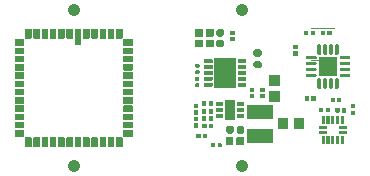
<source format=gbr>
G04 #@! TF.GenerationSoftware,KiCad,Pcbnew,(5.1.12)-1*
G04 #@! TF.CreationDate,2024-03-07T16:38:44+08:00*
G04 #@! TF.ProjectId,CM2_MesoScope,434d325f-4d65-4736-9f53-636f70652e6b,rev?*
G04 #@! TF.SameCoordinates,Original*
G04 #@! TF.FileFunction,Soldermask,Bot*
G04 #@! TF.FilePolarity,Negative*
%FSLAX46Y46*%
G04 Gerber Fmt 4.6, Leading zero omitted, Abs format (unit mm)*
G04 Created by KiCad (PCBNEW (5.1.12)-1) date 2024-03-07 16:38:44*
%MOMM*%
%LPD*%
G01*
G04 APERTURE LIST*
%ADD10C,0.050000*%
%ADD11C,1.050800*%
G04 APERTURE END LIST*
D10*
X124976260Y-110677720D02*
X123096260Y-110677720D01*
X124976260Y-107977720D02*
X123096260Y-107977720D01*
X124976260Y-110677720D02*
X123096260Y-110677720D01*
X124976260Y-107977720D02*
X123096260Y-107977720D01*
D11*
X102971340Y-106477860D03*
X102973880Y-119656120D03*
X117195340Y-106477860D03*
X117197880Y-119656120D03*
G36*
G01*
X123724240Y-116544480D02*
X123724240Y-116324480D01*
G75*
G02*
X123749640Y-116299080I25400J0D01*
G01*
X124359640Y-116299080D01*
G75*
G02*
X124385040Y-116324480I0J-25400D01*
G01*
X124385040Y-116544480D01*
G75*
G02*
X124359640Y-116569880I-25400J0D01*
G01*
X123749640Y-116569880D01*
G75*
G02*
X123724240Y-116544480I0J25400D01*
G01*
G37*
G36*
G01*
X123724240Y-116944480D02*
X123724240Y-116724480D01*
G75*
G02*
X123749640Y-116699080I25400J0D01*
G01*
X124359640Y-116699080D01*
G75*
G02*
X124385040Y-116724480I0J-25400D01*
G01*
X124385040Y-116944480D01*
G75*
G02*
X124359640Y-116969880I-25400J0D01*
G01*
X123749640Y-116969880D01*
G75*
G02*
X123724240Y-116944480I0J25400D01*
G01*
G37*
G36*
G01*
X123989640Y-117149080D02*
X124209640Y-117149080D01*
G75*
G02*
X124235040Y-117174480I0J-25400D01*
G01*
X124235040Y-117784480D01*
G75*
G02*
X124209640Y-117809880I-25400J0D01*
G01*
X123989640Y-117809880D01*
G75*
G02*
X123964240Y-117784480I0J25400D01*
G01*
X123964240Y-117174480D01*
G75*
G02*
X123989640Y-117149080I25400J0D01*
G01*
G37*
G36*
G01*
X124389640Y-117149080D02*
X124609640Y-117149080D01*
G75*
G02*
X124635040Y-117174480I0J-25400D01*
G01*
X124635040Y-117784480D01*
G75*
G02*
X124609640Y-117809880I-25400J0D01*
G01*
X124389640Y-117809880D01*
G75*
G02*
X124364240Y-117784480I0J25400D01*
G01*
X124364240Y-117174480D01*
G75*
G02*
X124389640Y-117149080I25400J0D01*
G01*
G37*
G36*
G01*
X124789640Y-117149080D02*
X125009640Y-117149080D01*
G75*
G02*
X125035040Y-117174480I0J-25400D01*
G01*
X125035040Y-117784480D01*
G75*
G02*
X125009640Y-117809880I-25400J0D01*
G01*
X124789640Y-117809880D01*
G75*
G02*
X124764240Y-117784480I0J25400D01*
G01*
X124764240Y-117174480D01*
G75*
G02*
X124789640Y-117149080I25400J0D01*
G01*
G37*
G36*
G01*
X125189640Y-117149080D02*
X125409640Y-117149080D01*
G75*
G02*
X125435040Y-117174480I0J-25400D01*
G01*
X125435040Y-117784480D01*
G75*
G02*
X125409640Y-117809880I-25400J0D01*
G01*
X125189640Y-117809880D01*
G75*
G02*
X125164240Y-117784480I0J25400D01*
G01*
X125164240Y-117174480D01*
G75*
G02*
X125189640Y-117149080I25400J0D01*
G01*
G37*
G36*
G01*
X125589640Y-117149080D02*
X125809640Y-117149080D01*
G75*
G02*
X125835040Y-117174480I0J-25400D01*
G01*
X125835040Y-117784480D01*
G75*
G02*
X125809640Y-117809880I-25400J0D01*
G01*
X125589640Y-117809880D01*
G75*
G02*
X125564240Y-117784480I0J25400D01*
G01*
X125564240Y-117174480D01*
G75*
G02*
X125589640Y-117149080I25400J0D01*
G01*
G37*
G36*
G01*
X125414240Y-116944480D02*
X125414240Y-116724480D01*
G75*
G02*
X125439640Y-116699080I25400J0D01*
G01*
X126049640Y-116699080D01*
G75*
G02*
X126075040Y-116724480I0J-25400D01*
G01*
X126075040Y-116944480D01*
G75*
G02*
X126049640Y-116969880I-25400J0D01*
G01*
X125439640Y-116969880D01*
G75*
G02*
X125414240Y-116944480I0J25400D01*
G01*
G37*
G36*
G01*
X125414240Y-116544480D02*
X125414240Y-116324480D01*
G75*
G02*
X125439640Y-116299080I25400J0D01*
G01*
X126049640Y-116299080D01*
G75*
G02*
X126075040Y-116324480I0J-25400D01*
G01*
X126075040Y-116544480D01*
G75*
G02*
X126049640Y-116569880I-25400J0D01*
G01*
X125439640Y-116569880D01*
G75*
G02*
X125414240Y-116544480I0J25400D01*
G01*
G37*
G36*
G01*
X125589640Y-115459080D02*
X125809640Y-115459080D01*
G75*
G02*
X125835040Y-115484480I0J-25400D01*
G01*
X125835040Y-116094480D01*
G75*
G02*
X125809640Y-116119880I-25400J0D01*
G01*
X125589640Y-116119880D01*
G75*
G02*
X125564240Y-116094480I0J25400D01*
G01*
X125564240Y-115484480D01*
G75*
G02*
X125589640Y-115459080I25400J0D01*
G01*
G37*
G36*
G01*
X125189640Y-115459080D02*
X125409640Y-115459080D01*
G75*
G02*
X125435040Y-115484480I0J-25400D01*
G01*
X125435040Y-116094480D01*
G75*
G02*
X125409640Y-116119880I-25400J0D01*
G01*
X125189640Y-116119880D01*
G75*
G02*
X125164240Y-116094480I0J25400D01*
G01*
X125164240Y-115484480D01*
G75*
G02*
X125189640Y-115459080I25400J0D01*
G01*
G37*
G36*
G01*
X124789640Y-115459080D02*
X125009640Y-115459080D01*
G75*
G02*
X125035040Y-115484480I0J-25400D01*
G01*
X125035040Y-116094480D01*
G75*
G02*
X125009640Y-116119880I-25400J0D01*
G01*
X124789640Y-116119880D01*
G75*
G02*
X124764240Y-116094480I0J25400D01*
G01*
X124764240Y-115484480D01*
G75*
G02*
X124789640Y-115459080I25400J0D01*
G01*
G37*
G36*
G01*
X124389640Y-115459080D02*
X124609640Y-115459080D01*
G75*
G02*
X124635040Y-115484480I0J-25400D01*
G01*
X124635040Y-116094480D01*
G75*
G02*
X124609640Y-116119880I-25400J0D01*
G01*
X124389640Y-116119880D01*
G75*
G02*
X124364240Y-116094480I0J25400D01*
G01*
X124364240Y-115484480D01*
G75*
G02*
X124389640Y-115459080I25400J0D01*
G01*
G37*
G36*
G01*
X123989640Y-115459080D02*
X124209640Y-115459080D01*
G75*
G02*
X124235040Y-115484480I0J-25400D01*
G01*
X124235040Y-116094480D01*
G75*
G02*
X124209640Y-116119880I-25400J0D01*
G01*
X123989640Y-116119880D01*
G75*
G02*
X123964240Y-116094480I0J25400D01*
G01*
X123964240Y-115484480D01*
G75*
G02*
X123989640Y-115459080I25400J0D01*
G01*
G37*
G36*
G01*
X123757160Y-110495420D02*
X125257160Y-110495420D01*
G75*
G02*
X125282560Y-110520820I0J-25400D01*
G01*
X125282560Y-112020820D01*
G75*
G02*
X125257160Y-112046220I-25400J0D01*
G01*
X123757160Y-112046220D01*
G75*
G02*
X123731760Y-112020820I0J25400D01*
G01*
X123731760Y-110520820D01*
G75*
G02*
X123757160Y-110495420I25400J0D01*
G01*
G37*
G36*
G01*
X122681960Y-110370420D02*
X123457360Y-110370420D01*
G75*
G02*
X123532560Y-110445620I0J-75200D01*
G01*
X123532560Y-110596020D01*
G75*
G02*
X123457360Y-110671220I-75200J0D01*
G01*
X122681960Y-110671220D01*
G75*
G02*
X122606760Y-110596020I0J75200D01*
G01*
X122606760Y-110445620D01*
G75*
G02*
X122681960Y-110370420I75200J0D01*
G01*
G37*
G36*
G01*
X122681960Y-110870420D02*
X123457360Y-110870420D01*
G75*
G02*
X123532560Y-110945620I0J-75200D01*
G01*
X123532560Y-111096020D01*
G75*
G02*
X123457360Y-111171220I-75200J0D01*
G01*
X122681960Y-111171220D01*
G75*
G02*
X122606760Y-111096020I0J75200D01*
G01*
X122606760Y-110945620D01*
G75*
G02*
X122681960Y-110870420I75200J0D01*
G01*
G37*
G36*
G01*
X122681960Y-111370420D02*
X123457360Y-111370420D01*
G75*
G02*
X123532560Y-111445620I0J-75200D01*
G01*
X123532560Y-111596020D01*
G75*
G02*
X123457360Y-111671220I-75200J0D01*
G01*
X122681960Y-111671220D01*
G75*
G02*
X122606760Y-111596020I0J75200D01*
G01*
X122606760Y-111445620D01*
G75*
G02*
X122681960Y-111370420I75200J0D01*
G01*
G37*
G36*
G01*
X122681960Y-111870420D02*
X123457360Y-111870420D01*
G75*
G02*
X123532560Y-111945620I0J-75200D01*
G01*
X123532560Y-112096020D01*
G75*
G02*
X123457360Y-112171220I-75200J0D01*
G01*
X122681960Y-112171220D01*
G75*
G02*
X122606760Y-112096020I0J75200D01*
G01*
X122606760Y-111945620D01*
G75*
G02*
X122681960Y-111870420I75200J0D01*
G01*
G37*
G36*
G01*
X123681960Y-112245420D02*
X123832360Y-112245420D01*
G75*
G02*
X123907560Y-112320620I0J-75200D01*
G01*
X123907560Y-113096020D01*
G75*
G02*
X123832360Y-113171220I-75200J0D01*
G01*
X123681960Y-113171220D01*
G75*
G02*
X123606760Y-113096020I0J75200D01*
G01*
X123606760Y-112320620D01*
G75*
G02*
X123681960Y-112245420I75200J0D01*
G01*
G37*
G36*
G01*
X124181960Y-112245420D02*
X124332360Y-112245420D01*
G75*
G02*
X124407560Y-112320620I0J-75200D01*
G01*
X124407560Y-113096020D01*
G75*
G02*
X124332360Y-113171220I-75200J0D01*
G01*
X124181960Y-113171220D01*
G75*
G02*
X124106760Y-113096020I0J75200D01*
G01*
X124106760Y-112320620D01*
G75*
G02*
X124181960Y-112245420I75200J0D01*
G01*
G37*
G36*
G01*
X124681960Y-112245420D02*
X124832360Y-112245420D01*
G75*
G02*
X124907560Y-112320620I0J-75200D01*
G01*
X124907560Y-113096020D01*
G75*
G02*
X124832360Y-113171220I-75200J0D01*
G01*
X124681960Y-113171220D01*
G75*
G02*
X124606760Y-113096020I0J75200D01*
G01*
X124606760Y-112320620D01*
G75*
G02*
X124681960Y-112245420I75200J0D01*
G01*
G37*
G36*
G01*
X125181960Y-112245420D02*
X125332360Y-112245420D01*
G75*
G02*
X125407560Y-112320620I0J-75200D01*
G01*
X125407560Y-113096020D01*
G75*
G02*
X125332360Y-113171220I-75200J0D01*
G01*
X125181960Y-113171220D01*
G75*
G02*
X125106760Y-113096020I0J75200D01*
G01*
X125106760Y-112320620D01*
G75*
G02*
X125181960Y-112245420I75200J0D01*
G01*
G37*
G36*
G01*
X125556960Y-111870420D02*
X126332360Y-111870420D01*
G75*
G02*
X126407560Y-111945620I0J-75200D01*
G01*
X126407560Y-112096020D01*
G75*
G02*
X126332360Y-112171220I-75200J0D01*
G01*
X125556960Y-112171220D01*
G75*
G02*
X125481760Y-112096020I0J75200D01*
G01*
X125481760Y-111945620D01*
G75*
G02*
X125556960Y-111870420I75200J0D01*
G01*
G37*
G36*
G01*
X125556960Y-111370420D02*
X126332360Y-111370420D01*
G75*
G02*
X126407560Y-111445620I0J-75200D01*
G01*
X126407560Y-111596020D01*
G75*
G02*
X126332360Y-111671220I-75200J0D01*
G01*
X125556960Y-111671220D01*
G75*
G02*
X125481760Y-111596020I0J75200D01*
G01*
X125481760Y-111445620D01*
G75*
G02*
X125556960Y-111370420I75200J0D01*
G01*
G37*
G36*
G01*
X125556960Y-110870420D02*
X126332360Y-110870420D01*
G75*
G02*
X126407560Y-110945620I0J-75200D01*
G01*
X126407560Y-111096020D01*
G75*
G02*
X126332360Y-111171220I-75200J0D01*
G01*
X125556960Y-111171220D01*
G75*
G02*
X125481760Y-111096020I0J75200D01*
G01*
X125481760Y-110945620D01*
G75*
G02*
X125556960Y-110870420I75200J0D01*
G01*
G37*
G36*
G01*
X125556960Y-110370420D02*
X126332360Y-110370420D01*
G75*
G02*
X126407560Y-110445620I0J-75200D01*
G01*
X126407560Y-110596020D01*
G75*
G02*
X126332360Y-110671220I-75200J0D01*
G01*
X125556960Y-110671220D01*
G75*
G02*
X125481760Y-110596020I0J75200D01*
G01*
X125481760Y-110445620D01*
G75*
G02*
X125556960Y-110370420I75200J0D01*
G01*
G37*
G36*
G01*
X125181960Y-109370420D02*
X125332360Y-109370420D01*
G75*
G02*
X125407560Y-109445620I0J-75200D01*
G01*
X125407560Y-110221020D01*
G75*
G02*
X125332360Y-110296220I-75200J0D01*
G01*
X125181960Y-110296220D01*
G75*
G02*
X125106760Y-110221020I0J75200D01*
G01*
X125106760Y-109445620D01*
G75*
G02*
X125181960Y-109370420I75200J0D01*
G01*
G37*
G36*
G01*
X124681960Y-109370420D02*
X124832360Y-109370420D01*
G75*
G02*
X124907560Y-109445620I0J-75200D01*
G01*
X124907560Y-110221020D01*
G75*
G02*
X124832360Y-110296220I-75200J0D01*
G01*
X124681960Y-110296220D01*
G75*
G02*
X124606760Y-110221020I0J75200D01*
G01*
X124606760Y-109445620D01*
G75*
G02*
X124681960Y-109370420I75200J0D01*
G01*
G37*
G36*
G01*
X124181960Y-109370420D02*
X124332360Y-109370420D01*
G75*
G02*
X124407560Y-109445620I0J-75200D01*
G01*
X124407560Y-110221020D01*
G75*
G02*
X124332360Y-110296220I-75200J0D01*
G01*
X124181960Y-110296220D01*
G75*
G02*
X124106760Y-110221020I0J75200D01*
G01*
X124106760Y-109445620D01*
G75*
G02*
X124181960Y-109370420I75200J0D01*
G01*
G37*
G36*
G01*
X123681960Y-109370420D02*
X123832360Y-109370420D01*
G75*
G02*
X123907560Y-109445620I0J-75200D01*
G01*
X123907560Y-110221020D01*
G75*
G02*
X123832360Y-110296220I-75200J0D01*
G01*
X123681960Y-110296220D01*
G75*
G02*
X123606760Y-110221020I0J75200D01*
G01*
X123606760Y-109445620D01*
G75*
G02*
X123681960Y-109370420I75200J0D01*
G01*
G37*
G36*
G01*
X125267240Y-114283080D02*
X125267240Y-113943080D01*
G75*
G02*
X125292640Y-113917680I25400J0D01*
G01*
X125602640Y-113917680D01*
G75*
G02*
X125628040Y-113943080I0J-25400D01*
G01*
X125628040Y-114283080D01*
G75*
G02*
X125602640Y-114308480I-25400J0D01*
G01*
X125292640Y-114308480D01*
G75*
G02*
X125267240Y-114283080I0J25400D01*
G01*
G37*
G36*
G01*
X124717240Y-114283080D02*
X124717240Y-113943080D01*
G75*
G02*
X124742640Y-113917680I25400J0D01*
G01*
X125052640Y-113917680D01*
G75*
G02*
X125078040Y-113943080I0J-25400D01*
G01*
X125078040Y-114283080D01*
G75*
G02*
X125052640Y-114308480I-25400J0D01*
G01*
X124742640Y-114308480D01*
G75*
G02*
X124717240Y-114283080I0J25400D01*
G01*
G37*
G36*
G01*
X126775200Y-114813500D02*
X126435200Y-114813500D01*
G75*
G02*
X126409800Y-114788100I0J25400D01*
G01*
X126409800Y-114478100D01*
G75*
G02*
X126435200Y-114452700I25400J0D01*
G01*
X126775200Y-114452700D01*
G75*
G02*
X126800600Y-114478100I0J-25400D01*
G01*
X126800600Y-114788100D01*
G75*
G02*
X126775200Y-114813500I-25400J0D01*
G01*
G37*
G36*
G01*
X126775200Y-115363500D02*
X126435200Y-115363500D01*
G75*
G02*
X126409800Y-115338100I0J25400D01*
G01*
X126409800Y-115028100D01*
G75*
G02*
X126435200Y-115002700I25400J0D01*
G01*
X126775200Y-115002700D01*
G75*
G02*
X126800600Y-115028100I0J-25400D01*
G01*
X126800600Y-115338100D01*
G75*
G02*
X126775200Y-115363500I-25400J0D01*
G01*
G37*
G36*
G01*
X124306440Y-115126360D02*
X124306440Y-114786360D01*
G75*
G02*
X124331840Y-114760960I25400J0D01*
G01*
X124641840Y-114760960D01*
G75*
G02*
X124667240Y-114786360I0J-25400D01*
G01*
X124667240Y-115126360D01*
G75*
G02*
X124641840Y-115151760I-25400J0D01*
G01*
X124331840Y-115151760D01*
G75*
G02*
X124306440Y-115126360I0J25400D01*
G01*
G37*
G36*
G01*
X123756440Y-115126360D02*
X123756440Y-114786360D01*
G75*
G02*
X123781840Y-114760960I25400J0D01*
G01*
X124091840Y-114760960D01*
G75*
G02*
X124117240Y-114786360I0J-25400D01*
G01*
X124117240Y-115126360D01*
G75*
G02*
X124091840Y-115151760I-25400J0D01*
G01*
X123781840Y-115151760D01*
G75*
G02*
X123756440Y-115126360I0J25400D01*
G01*
G37*
G36*
G01*
X125671100Y-115139060D02*
X125671100Y-114799060D01*
G75*
G02*
X125696500Y-114773660I25400J0D01*
G01*
X126006500Y-114773660D01*
G75*
G02*
X126031900Y-114799060I0J-25400D01*
G01*
X126031900Y-115139060D01*
G75*
G02*
X126006500Y-115164460I-25400J0D01*
G01*
X125696500Y-115164460D01*
G75*
G02*
X125671100Y-115139060I0J25400D01*
G01*
G37*
G36*
G01*
X125121100Y-115139060D02*
X125121100Y-114799060D01*
G75*
G02*
X125146500Y-114773660I25400J0D01*
G01*
X125456500Y-114773660D01*
G75*
G02*
X125481900Y-114799060I0J-25400D01*
G01*
X125481900Y-115139060D01*
G75*
G02*
X125456500Y-115164460I-25400J0D01*
G01*
X125146500Y-115164460D01*
G75*
G02*
X125121100Y-115139060I0J25400D01*
G01*
G37*
G36*
G01*
X121923800Y-109789380D02*
X121583800Y-109789380D01*
G75*
G02*
X121558400Y-109763980I0J25400D01*
G01*
X121558400Y-109453980D01*
G75*
G02*
X121583800Y-109428580I25400J0D01*
G01*
X121923800Y-109428580D01*
G75*
G02*
X121949200Y-109453980I0J-25400D01*
G01*
X121949200Y-109763980D01*
G75*
G02*
X121923800Y-109789380I-25400J0D01*
G01*
G37*
G36*
G01*
X121923800Y-110339380D02*
X121583800Y-110339380D01*
G75*
G02*
X121558400Y-110313980I0J25400D01*
G01*
X121558400Y-110003980D01*
G75*
G02*
X121583800Y-109978580I25400J0D01*
G01*
X121923800Y-109978580D01*
G75*
G02*
X121949200Y-110003980I0J-25400D01*
G01*
X121949200Y-110313980D01*
G75*
G02*
X121923800Y-110339380I-25400J0D01*
G01*
G37*
G36*
G01*
X123031360Y-108598560D02*
X123031360Y-108258560D01*
G75*
G02*
X123056760Y-108233160I25400J0D01*
G01*
X123366760Y-108233160D01*
G75*
G02*
X123392160Y-108258560I0J-25400D01*
G01*
X123392160Y-108598560D01*
G75*
G02*
X123366760Y-108623960I-25400J0D01*
G01*
X123056760Y-108623960D01*
G75*
G02*
X123031360Y-108598560I0J25400D01*
G01*
G37*
G36*
G01*
X122481360Y-108598560D02*
X122481360Y-108258560D01*
G75*
G02*
X122506760Y-108233160I25400J0D01*
G01*
X122816760Y-108233160D01*
G75*
G02*
X122842160Y-108258560I0J-25400D01*
G01*
X122842160Y-108598560D01*
G75*
G02*
X122816760Y-108623960I-25400J0D01*
G01*
X122506760Y-108623960D01*
G75*
G02*
X122481360Y-108598560I0J25400D01*
G01*
G37*
G36*
G01*
X123093000Y-114143380D02*
X123093000Y-113803380D01*
G75*
G02*
X123118400Y-113777980I25400J0D01*
G01*
X123428400Y-113777980D01*
G75*
G02*
X123453800Y-113803380I0J-25400D01*
G01*
X123453800Y-114143380D01*
G75*
G02*
X123428400Y-114168780I-25400J0D01*
G01*
X123118400Y-114168780D01*
G75*
G02*
X123093000Y-114143380I0J25400D01*
G01*
G37*
G36*
G01*
X122543000Y-114143380D02*
X122543000Y-113803380D01*
G75*
G02*
X122568400Y-113777980I25400J0D01*
G01*
X122878400Y-113777980D01*
G75*
G02*
X122903800Y-113803380I0J-25400D01*
G01*
X122903800Y-114143380D01*
G75*
G02*
X122878400Y-114168780I-25400J0D01*
G01*
X122568400Y-114168780D01*
G75*
G02*
X122543000Y-114143380I0J25400D01*
G01*
G37*
G36*
G01*
X124267780Y-108256020D02*
X124267780Y-108596020D01*
G75*
G02*
X124242380Y-108621420I-25400J0D01*
G01*
X123932380Y-108621420D01*
G75*
G02*
X123906980Y-108596020I0J25400D01*
G01*
X123906980Y-108256020D01*
G75*
G02*
X123932380Y-108230620I25400J0D01*
G01*
X124242380Y-108230620D01*
G75*
G02*
X124267780Y-108256020I0J-25400D01*
G01*
G37*
G36*
G01*
X124817780Y-108256020D02*
X124817780Y-108596020D01*
G75*
G02*
X124792380Y-108621420I-25400J0D01*
G01*
X124482380Y-108621420D01*
G75*
G02*
X124456980Y-108596020I0J25400D01*
G01*
X124456980Y-108256020D01*
G75*
G02*
X124482380Y-108230620I25400J0D01*
G01*
X124792380Y-108230620D01*
G75*
G02*
X124817780Y-108256020I0J-25400D01*
G01*
G37*
G36*
G01*
X114173040Y-108102560D02*
X114803040Y-108102560D01*
G75*
G02*
X114828440Y-108127960I0J-25400D01*
G01*
X114828440Y-108707960D01*
G75*
G02*
X114803040Y-108733360I-25400J0D01*
G01*
X114173040Y-108733360D01*
G75*
G02*
X114147640Y-108707960I0J25400D01*
G01*
X114147640Y-108127960D01*
G75*
G02*
X114173040Y-108102560I25400J0D01*
G01*
G37*
G36*
G01*
X114173040Y-108992560D02*
X114803040Y-108992560D01*
G75*
G02*
X114828440Y-109017960I0J-25400D01*
G01*
X114828440Y-109597960D01*
G75*
G02*
X114803040Y-109623360I-25400J0D01*
G01*
X114173040Y-109623360D01*
G75*
G02*
X114147640Y-109597960I0J25400D01*
G01*
X114147640Y-109017960D01*
G75*
G02*
X114173040Y-108992560I25400J0D01*
G01*
G37*
G36*
G01*
X113284040Y-108992560D02*
X113914040Y-108992560D01*
G75*
G02*
X113939440Y-109017960I0J-25400D01*
G01*
X113939440Y-109597960D01*
G75*
G02*
X113914040Y-109623360I-25400J0D01*
G01*
X113284040Y-109623360D01*
G75*
G02*
X113258640Y-109597960I0J25400D01*
G01*
X113258640Y-109017960D01*
G75*
G02*
X113284040Y-108992560I25400J0D01*
G01*
G37*
G36*
G01*
X113284040Y-108102560D02*
X113914040Y-108102560D01*
G75*
G02*
X113939440Y-108127960I0J-25400D01*
G01*
X113939440Y-108707960D01*
G75*
G02*
X113914040Y-108733360I-25400J0D01*
G01*
X113284040Y-108733360D01*
G75*
G02*
X113258640Y-108707960I0J25400D01*
G01*
X113258640Y-108127960D01*
G75*
G02*
X113284040Y-108102560I25400J0D01*
G01*
G37*
G36*
G01*
X115195860Y-108990460D02*
X115561260Y-108990460D01*
G75*
G02*
X115718960Y-109148160I0J-157700D01*
G01*
X115718960Y-109463560D01*
G75*
G02*
X115561260Y-109621260I-157700J0D01*
G01*
X115195860Y-109621260D01*
G75*
G02*
X115038160Y-109463560I0J157700D01*
G01*
X115038160Y-109148160D01*
G75*
G02*
X115195860Y-108990460I157700J0D01*
G01*
G37*
G36*
G01*
X115195860Y-108100460D02*
X115561260Y-108100460D01*
G75*
G02*
X115718960Y-108258160I0J-157700D01*
G01*
X115718960Y-108573560D01*
G75*
G02*
X115561260Y-108731260I-157700J0D01*
G01*
X115195860Y-108731260D01*
G75*
G02*
X115038160Y-108573560I0J157700D01*
G01*
X115038160Y-108258160D01*
G75*
G02*
X115195860Y-108100460I157700J0D01*
G01*
G37*
G36*
G01*
X116498360Y-117291040D02*
X116498360Y-117921040D01*
G75*
G02*
X116472960Y-117946440I-25400J0D01*
G01*
X115892960Y-117946440D01*
G75*
G02*
X115867560Y-117921040I0J25400D01*
G01*
X115867560Y-117291040D01*
G75*
G02*
X115892960Y-117265640I25400J0D01*
G01*
X116472960Y-117265640D01*
G75*
G02*
X116498360Y-117291040I0J-25400D01*
G01*
G37*
G36*
G01*
X117388360Y-117291040D02*
X117388360Y-117921040D01*
G75*
G02*
X117362960Y-117946440I-25400J0D01*
G01*
X116782960Y-117946440D01*
G75*
G02*
X116757560Y-117921040I0J25400D01*
G01*
X116757560Y-117291040D01*
G75*
G02*
X116782960Y-117265640I25400J0D01*
G01*
X117362960Y-117265640D01*
G75*
G02*
X117388360Y-117291040I0J-25400D01*
G01*
G37*
G36*
G01*
X116514960Y-116440740D02*
X116514960Y-116806140D01*
G75*
G02*
X116357260Y-116963840I-157700J0D01*
G01*
X116041860Y-116963840D01*
G75*
G02*
X115884160Y-116806140I0J157700D01*
G01*
X115884160Y-116440740D01*
G75*
G02*
X116041860Y-116283040I157700J0D01*
G01*
X116357260Y-116283040D01*
G75*
G02*
X116514960Y-116440740I0J-157700D01*
G01*
G37*
G36*
G01*
X117404960Y-116440740D02*
X117404960Y-116806140D01*
G75*
G02*
X117247260Y-116963840I-157700J0D01*
G01*
X116931860Y-116963840D01*
G75*
G02*
X116774160Y-116806140I0J157700D01*
G01*
X116774160Y-116440740D01*
G75*
G02*
X116931860Y-116283040I157700J0D01*
G01*
X117247260Y-116283040D01*
G75*
G02*
X117404960Y-116440740I0J-157700D01*
G01*
G37*
G36*
G01*
X118238260Y-113416500D02*
X117898260Y-113416500D01*
G75*
G02*
X117872860Y-113391100I0J25400D01*
G01*
X117872860Y-113081100D01*
G75*
G02*
X117898260Y-113055700I25400J0D01*
G01*
X118238260Y-113055700D01*
G75*
G02*
X118263660Y-113081100I0J-25400D01*
G01*
X118263660Y-113391100D01*
G75*
G02*
X118238260Y-113416500I-25400J0D01*
G01*
G37*
G36*
G01*
X118238260Y-113966500D02*
X117898260Y-113966500D01*
G75*
G02*
X117872860Y-113941100I0J25400D01*
G01*
X117872860Y-113631100D01*
G75*
G02*
X117898260Y-113605700I25400J0D01*
G01*
X118238260Y-113605700D01*
G75*
G02*
X118263660Y-113631100I0J-25400D01*
G01*
X118263660Y-113941100D01*
G75*
G02*
X118238260Y-113966500I-25400J0D01*
G01*
G37*
G36*
G01*
X119127260Y-113413960D02*
X118787260Y-113413960D01*
G75*
G02*
X118761860Y-113388560I0J25400D01*
G01*
X118761860Y-113078560D01*
G75*
G02*
X118787260Y-113053160I25400J0D01*
G01*
X119127260Y-113053160D01*
G75*
G02*
X119152660Y-113078560I0J-25400D01*
G01*
X119152660Y-113388560D01*
G75*
G02*
X119127260Y-113413960I-25400J0D01*
G01*
G37*
G36*
G01*
X119127260Y-113963960D02*
X118787260Y-113963960D01*
G75*
G02*
X118761860Y-113938560I0J25400D01*
G01*
X118761860Y-113628560D01*
G75*
G02*
X118787260Y-113603160I25400J0D01*
G01*
X119127260Y-113603160D01*
G75*
G02*
X119152660Y-113628560I0J-25400D01*
G01*
X119152660Y-113938560D01*
G75*
G02*
X119127260Y-113963960I-25400J0D01*
G01*
G37*
G36*
G01*
X119498020Y-112009940D02*
X120418020Y-112009940D01*
G75*
G02*
X120443420Y-112035340I0J-25400D01*
G01*
X120443420Y-112925340D01*
G75*
G02*
X120418020Y-112950740I-25400J0D01*
G01*
X119498020Y-112950740D01*
G75*
G02*
X119472620Y-112925340I0J25400D01*
G01*
X119472620Y-112035340D01*
G75*
G02*
X119498020Y-112009940I25400J0D01*
G01*
G37*
G36*
G01*
X119498020Y-113339940D02*
X120418020Y-113339940D01*
G75*
G02*
X120443420Y-113365340I0J-25400D01*
G01*
X120443420Y-114255340D01*
G75*
G02*
X120418020Y-114280740I-25400J0D01*
G01*
X119498020Y-114280740D01*
G75*
G02*
X119472620Y-114255340I0J25400D01*
G01*
X119472620Y-113365340D01*
G75*
G02*
X119498020Y-113339940I25400J0D01*
G01*
G37*
G36*
G01*
X122485740Y-115661820D02*
X122485740Y-116531820D01*
G75*
G02*
X122460340Y-116557220I-25400J0D01*
G01*
X121650340Y-116557220D01*
G75*
G02*
X121624940Y-116531820I0J25400D01*
G01*
X121624940Y-115661820D01*
G75*
G02*
X121650340Y-115636420I25400J0D01*
G01*
X122460340Y-115636420D01*
G75*
G02*
X122485740Y-115661820I0J-25400D01*
G01*
G37*
G36*
G01*
X121125740Y-115661820D02*
X121125740Y-116531820D01*
G75*
G02*
X121100340Y-116557220I-25400J0D01*
G01*
X120290340Y-116557220D01*
G75*
G02*
X120264940Y-116531820I0J25400D01*
G01*
X120264940Y-115661820D01*
G75*
G02*
X120290340Y-115636420I25400J0D01*
G01*
X121100340Y-115636420D01*
G75*
G02*
X121125740Y-115661820I0J-25400D01*
G01*
G37*
G36*
G01*
X113727260Y-116972640D02*
X113727260Y-117312640D01*
G75*
G02*
X113701860Y-117338040I-25400J0D01*
G01*
X113391860Y-117338040D01*
G75*
G02*
X113366460Y-117312640I0J25400D01*
G01*
X113366460Y-116972640D01*
G75*
G02*
X113391860Y-116947240I25400J0D01*
G01*
X113701860Y-116947240D01*
G75*
G02*
X113727260Y-116972640I0J-25400D01*
G01*
G37*
G36*
G01*
X114277260Y-116972640D02*
X114277260Y-117312640D01*
G75*
G02*
X114251860Y-117338040I-25400J0D01*
G01*
X113941860Y-117338040D01*
G75*
G02*
X113916460Y-117312640I0J25400D01*
G01*
X113916460Y-116972640D01*
G75*
G02*
X113941860Y-116947240I25400J0D01*
G01*
X114251860Y-116947240D01*
G75*
G02*
X114277260Y-116972640I0J-25400D01*
G01*
G37*
G36*
G01*
X113861460Y-116482640D02*
X113861460Y-116142640D01*
G75*
G02*
X113886860Y-116117240I25400J0D01*
G01*
X114196860Y-116117240D01*
G75*
G02*
X114222260Y-116142640I0J-25400D01*
G01*
X114222260Y-116482640D01*
G75*
G02*
X114196860Y-116508040I-25400J0D01*
G01*
X113886860Y-116508040D01*
G75*
G02*
X113861460Y-116482640I0J25400D01*
G01*
G37*
G36*
G01*
X114411460Y-116482640D02*
X114411460Y-116142640D01*
G75*
G02*
X114436860Y-116117240I25400J0D01*
G01*
X114746860Y-116117240D01*
G75*
G02*
X114772260Y-116142640I0J-25400D01*
G01*
X114772260Y-116482640D01*
G75*
G02*
X114746860Y-116508040I-25400J0D01*
G01*
X114436860Y-116508040D01*
G75*
G02*
X114411460Y-116482640I0J25400D01*
G01*
G37*
G36*
G01*
X113496860Y-115903040D02*
X113156860Y-115903040D01*
G75*
G02*
X113131460Y-115877640I0J25400D01*
G01*
X113131460Y-115567640D01*
G75*
G02*
X113156860Y-115542240I25400J0D01*
G01*
X113496860Y-115542240D01*
G75*
G02*
X113522260Y-115567640I0J-25400D01*
G01*
X113522260Y-115877640D01*
G75*
G02*
X113496860Y-115903040I-25400J0D01*
G01*
G37*
G36*
G01*
X113496860Y-116453040D02*
X113156860Y-116453040D01*
G75*
G02*
X113131460Y-116427640I0J25400D01*
G01*
X113131460Y-116117640D01*
G75*
G02*
X113156860Y-116092240I25400J0D01*
G01*
X113496860Y-116092240D01*
G75*
G02*
X113522260Y-116117640I0J-25400D01*
G01*
X113522260Y-116427640D01*
G75*
G02*
X113496860Y-116453040I-25400J0D01*
G01*
G37*
G36*
G01*
X113851460Y-115222640D02*
X113851460Y-114882640D01*
G75*
G02*
X113876860Y-114857240I25400J0D01*
G01*
X114186860Y-114857240D01*
G75*
G02*
X114212260Y-114882640I0J-25400D01*
G01*
X114212260Y-115222640D01*
G75*
G02*
X114186860Y-115248040I-25400J0D01*
G01*
X113876860Y-115248040D01*
G75*
G02*
X113851460Y-115222640I0J25400D01*
G01*
G37*
G36*
G01*
X114401460Y-115222640D02*
X114401460Y-114882640D01*
G75*
G02*
X114426860Y-114857240I25400J0D01*
G01*
X114736860Y-114857240D01*
G75*
G02*
X114762260Y-114882640I0J-25400D01*
G01*
X114762260Y-115222640D01*
G75*
G02*
X114736860Y-115248040I-25400J0D01*
G01*
X114426860Y-115248040D01*
G75*
G02*
X114401460Y-115222640I0J25400D01*
G01*
G37*
G36*
G01*
X113851460Y-114582640D02*
X113851460Y-114242640D01*
G75*
G02*
X113876860Y-114217240I25400J0D01*
G01*
X114186860Y-114217240D01*
G75*
G02*
X114212260Y-114242640I0J-25400D01*
G01*
X114212260Y-114582640D01*
G75*
G02*
X114186860Y-114608040I-25400J0D01*
G01*
X113876860Y-114608040D01*
G75*
G02*
X113851460Y-114582640I0J25400D01*
G01*
G37*
G36*
G01*
X114401460Y-114582640D02*
X114401460Y-114242640D01*
G75*
G02*
X114426860Y-114217240I25400J0D01*
G01*
X114736860Y-114217240D01*
G75*
G02*
X114762260Y-114242640I0J-25400D01*
G01*
X114762260Y-114582640D01*
G75*
G02*
X114736860Y-114608040I-25400J0D01*
G01*
X114426860Y-114608040D01*
G75*
G02*
X114401460Y-114582640I0J25400D01*
G01*
G37*
G36*
G01*
X113156080Y-114427300D02*
X113496080Y-114427300D01*
G75*
G02*
X113521480Y-114452700I0J-25400D01*
G01*
X113521480Y-114762700D01*
G75*
G02*
X113496080Y-114788100I-25400J0D01*
G01*
X113156080Y-114788100D01*
G75*
G02*
X113130680Y-114762700I0J25400D01*
G01*
X113130680Y-114452700D01*
G75*
G02*
X113156080Y-114427300I25400J0D01*
G01*
G37*
G36*
G01*
X113156080Y-114977300D02*
X113496080Y-114977300D01*
G75*
G02*
X113521480Y-115002700I0J-25400D01*
G01*
X113521480Y-115312700D01*
G75*
G02*
X113496080Y-115338100I-25400J0D01*
G01*
X113156080Y-115338100D01*
G75*
G02*
X113130680Y-115312700I0J25400D01*
G01*
X113130680Y-115002700D01*
G75*
G02*
X113156080Y-114977300I25400J0D01*
G01*
G37*
G36*
G01*
X114762260Y-115512640D02*
X114762260Y-115852640D01*
G75*
G02*
X114736860Y-115878040I-25400J0D01*
G01*
X114426860Y-115878040D01*
G75*
G02*
X114401460Y-115852640I0J25400D01*
G01*
X114401460Y-115512640D01*
G75*
G02*
X114426860Y-115487240I25400J0D01*
G01*
X114736860Y-115487240D01*
G75*
G02*
X114762260Y-115512640I0J-25400D01*
G01*
G37*
G36*
G01*
X114212260Y-115512640D02*
X114212260Y-115852640D01*
G75*
G02*
X114186860Y-115878040I-25400J0D01*
G01*
X113876860Y-115878040D01*
G75*
G02*
X113851460Y-115852640I0J25400D01*
G01*
X113851460Y-115512640D01*
G75*
G02*
X113876860Y-115487240I25400J0D01*
G01*
X114186860Y-115487240D01*
G75*
G02*
X114212260Y-115512640I0J-25400D01*
G01*
G37*
G36*
G01*
X107967040Y-116687820D02*
X107967040Y-117187820D01*
G75*
G02*
X107941640Y-117213220I-25400J0D01*
G01*
X107201640Y-117213220D01*
G75*
G02*
X107176240Y-117187820I0J25400D01*
G01*
X107176240Y-116687820D01*
G75*
G02*
X107201640Y-116662420I25400J0D01*
G01*
X107941640Y-116662420D01*
G75*
G02*
X107967040Y-116687820I0J-25400D01*
G01*
G37*
G36*
G01*
X107967040Y-115987820D02*
X107967040Y-116487820D01*
G75*
G02*
X107941640Y-116513220I-25400J0D01*
G01*
X107201640Y-116513220D01*
G75*
G02*
X107176240Y-116487820I0J25400D01*
G01*
X107176240Y-115987820D01*
G75*
G02*
X107201640Y-115962420I25400J0D01*
G01*
X107941640Y-115962420D01*
G75*
G02*
X107967040Y-115987820I0J-25400D01*
G01*
G37*
G36*
G01*
X107967040Y-115287820D02*
X107967040Y-115787820D01*
G75*
G02*
X107941640Y-115813220I-25400J0D01*
G01*
X107201640Y-115813220D01*
G75*
G02*
X107176240Y-115787820I0J25400D01*
G01*
X107176240Y-115287820D01*
G75*
G02*
X107201640Y-115262420I25400J0D01*
G01*
X107941640Y-115262420D01*
G75*
G02*
X107967040Y-115287820I0J-25400D01*
G01*
G37*
G36*
G01*
X107967040Y-114587820D02*
X107967040Y-115087820D01*
G75*
G02*
X107941640Y-115113220I-25400J0D01*
G01*
X107201640Y-115113220D01*
G75*
G02*
X107176240Y-115087820I0J25400D01*
G01*
X107176240Y-114587820D01*
G75*
G02*
X107201640Y-114562420I25400J0D01*
G01*
X107941640Y-114562420D01*
G75*
G02*
X107967040Y-114587820I0J-25400D01*
G01*
G37*
G36*
G01*
X107967040Y-113887820D02*
X107967040Y-114387820D01*
G75*
G02*
X107941640Y-114413220I-25400J0D01*
G01*
X107201640Y-114413220D01*
G75*
G02*
X107176240Y-114387820I0J25400D01*
G01*
X107176240Y-113887820D01*
G75*
G02*
X107201640Y-113862420I25400J0D01*
G01*
X107941640Y-113862420D01*
G75*
G02*
X107967040Y-113887820I0J-25400D01*
G01*
G37*
G36*
G01*
X107967040Y-113187820D02*
X107967040Y-113687820D01*
G75*
G02*
X107941640Y-113713220I-25400J0D01*
G01*
X107201640Y-113713220D01*
G75*
G02*
X107176240Y-113687820I0J25400D01*
G01*
X107176240Y-113187820D01*
G75*
G02*
X107201640Y-113162420I25400J0D01*
G01*
X107941640Y-113162420D01*
G75*
G02*
X107967040Y-113187820I0J-25400D01*
G01*
G37*
G36*
G01*
X107967040Y-112487820D02*
X107967040Y-112987820D01*
G75*
G02*
X107941640Y-113013220I-25400J0D01*
G01*
X107201640Y-113013220D01*
G75*
G02*
X107176240Y-112987820I0J25400D01*
G01*
X107176240Y-112487820D01*
G75*
G02*
X107201640Y-112462420I25400J0D01*
G01*
X107941640Y-112462420D01*
G75*
G02*
X107967040Y-112487820I0J-25400D01*
G01*
G37*
G36*
G01*
X107967040Y-111787820D02*
X107967040Y-112287820D01*
G75*
G02*
X107941640Y-112313220I-25400J0D01*
G01*
X107201640Y-112313220D01*
G75*
G02*
X107176240Y-112287820I0J25400D01*
G01*
X107176240Y-111787820D01*
G75*
G02*
X107201640Y-111762420I25400J0D01*
G01*
X107941640Y-111762420D01*
G75*
G02*
X107967040Y-111787820I0J-25400D01*
G01*
G37*
G36*
G01*
X107967040Y-111087820D02*
X107967040Y-111587820D01*
G75*
G02*
X107941640Y-111613220I-25400J0D01*
G01*
X107201640Y-111613220D01*
G75*
G02*
X107176240Y-111587820I0J25400D01*
G01*
X107176240Y-111087820D01*
G75*
G02*
X107201640Y-111062420I25400J0D01*
G01*
X107941640Y-111062420D01*
G75*
G02*
X107967040Y-111087820I0J-25400D01*
G01*
G37*
G36*
G01*
X107967040Y-110387820D02*
X107967040Y-110887820D01*
G75*
G02*
X107941640Y-110913220I-25400J0D01*
G01*
X107201640Y-110913220D01*
G75*
G02*
X107176240Y-110887820I0J25400D01*
G01*
X107176240Y-110387820D01*
G75*
G02*
X107201640Y-110362420I25400J0D01*
G01*
X107941640Y-110362420D01*
G75*
G02*
X107967040Y-110387820I0J-25400D01*
G01*
G37*
G36*
G01*
X107967040Y-109687820D02*
X107967040Y-110187820D01*
G75*
G02*
X107941640Y-110213220I-25400J0D01*
G01*
X107201640Y-110213220D01*
G75*
G02*
X107176240Y-110187820I0J25400D01*
G01*
X107176240Y-109687820D01*
G75*
G02*
X107201640Y-109662420I25400J0D01*
G01*
X107941640Y-109662420D01*
G75*
G02*
X107967040Y-109687820I0J-25400D01*
G01*
G37*
G36*
G01*
X107967040Y-108987820D02*
X107967040Y-109487820D01*
G75*
G02*
X107941640Y-109513220I-25400J0D01*
G01*
X107201640Y-109513220D01*
G75*
G02*
X107176240Y-109487820I0J25400D01*
G01*
X107176240Y-108987820D01*
G75*
G02*
X107201640Y-108962420I25400J0D01*
G01*
X107941640Y-108962420D01*
G75*
G02*
X107967040Y-108987820I0J-25400D01*
G01*
G37*
G36*
G01*
X107086640Y-108898220D02*
X106586640Y-108898220D01*
G75*
G02*
X106561240Y-108872820I0J25400D01*
G01*
X106561240Y-108132820D01*
G75*
G02*
X106586640Y-108107420I25400J0D01*
G01*
X107086640Y-108107420D01*
G75*
G02*
X107112040Y-108132820I0J-25400D01*
G01*
X107112040Y-108872820D01*
G75*
G02*
X107086640Y-108898220I-25400J0D01*
G01*
G37*
G36*
G01*
X106386640Y-108898220D02*
X105886640Y-108898220D01*
G75*
G02*
X105861240Y-108872820I0J25400D01*
G01*
X105861240Y-108132820D01*
G75*
G02*
X105886640Y-108107420I25400J0D01*
G01*
X106386640Y-108107420D01*
G75*
G02*
X106412040Y-108132820I0J-25400D01*
G01*
X106412040Y-108872820D01*
G75*
G02*
X106386640Y-108898220I-25400J0D01*
G01*
G37*
G36*
G01*
X105686640Y-108898220D02*
X105186640Y-108898220D01*
G75*
G02*
X105161240Y-108872820I0J25400D01*
G01*
X105161240Y-108132820D01*
G75*
G02*
X105186640Y-108107420I25400J0D01*
G01*
X105686640Y-108107420D01*
G75*
G02*
X105712040Y-108132820I0J-25400D01*
G01*
X105712040Y-108872820D01*
G75*
G02*
X105686640Y-108898220I-25400J0D01*
G01*
G37*
G36*
G01*
X104986640Y-108898220D02*
X104486640Y-108898220D01*
G75*
G02*
X104461240Y-108872820I0J25400D01*
G01*
X104461240Y-108132820D01*
G75*
G02*
X104486640Y-108107420I25400J0D01*
G01*
X104986640Y-108107420D01*
G75*
G02*
X105012040Y-108132820I0J-25400D01*
G01*
X105012040Y-108872820D01*
G75*
G02*
X104986640Y-108898220I-25400J0D01*
G01*
G37*
G36*
G01*
X104286640Y-108898220D02*
X103786640Y-108898220D01*
G75*
G02*
X103761240Y-108872820I0J25400D01*
G01*
X103761240Y-108132820D01*
G75*
G02*
X103786640Y-108107420I25400J0D01*
G01*
X104286640Y-108107420D01*
G75*
G02*
X104312040Y-108132820I0J-25400D01*
G01*
X104312040Y-108872820D01*
G75*
G02*
X104286640Y-108898220I-25400J0D01*
G01*
G37*
G36*
G01*
X103586640Y-109406220D02*
X103086640Y-109406220D01*
G75*
G02*
X103061240Y-109380820I0J25400D01*
G01*
X103061240Y-108132820D01*
G75*
G02*
X103086640Y-108107420I25400J0D01*
G01*
X103586640Y-108107420D01*
G75*
G02*
X103612040Y-108132820I0J-25400D01*
G01*
X103612040Y-109380820D01*
G75*
G02*
X103586640Y-109406220I-25400J0D01*
G01*
G37*
G36*
G01*
X102886640Y-108898220D02*
X102386640Y-108898220D01*
G75*
G02*
X102361240Y-108872820I0J25400D01*
G01*
X102361240Y-108132820D01*
G75*
G02*
X102386640Y-108107420I25400J0D01*
G01*
X102886640Y-108107420D01*
G75*
G02*
X102912040Y-108132820I0J-25400D01*
G01*
X102912040Y-108872820D01*
G75*
G02*
X102886640Y-108898220I-25400J0D01*
G01*
G37*
G36*
G01*
X102186640Y-108898220D02*
X101686640Y-108898220D01*
G75*
G02*
X101661240Y-108872820I0J25400D01*
G01*
X101661240Y-108132820D01*
G75*
G02*
X101686640Y-108107420I25400J0D01*
G01*
X102186640Y-108107420D01*
G75*
G02*
X102212040Y-108132820I0J-25400D01*
G01*
X102212040Y-108872820D01*
G75*
G02*
X102186640Y-108898220I-25400J0D01*
G01*
G37*
G36*
G01*
X101486640Y-108898220D02*
X100986640Y-108898220D01*
G75*
G02*
X100961240Y-108872820I0J25400D01*
G01*
X100961240Y-108132820D01*
G75*
G02*
X100986640Y-108107420I25400J0D01*
G01*
X101486640Y-108107420D01*
G75*
G02*
X101512040Y-108132820I0J-25400D01*
G01*
X101512040Y-108872820D01*
G75*
G02*
X101486640Y-108898220I-25400J0D01*
G01*
G37*
G36*
G01*
X100786640Y-108898220D02*
X100286640Y-108898220D01*
G75*
G02*
X100261240Y-108872820I0J25400D01*
G01*
X100261240Y-108132820D01*
G75*
G02*
X100286640Y-108107420I25400J0D01*
G01*
X100786640Y-108107420D01*
G75*
G02*
X100812040Y-108132820I0J-25400D01*
G01*
X100812040Y-108872820D01*
G75*
G02*
X100786640Y-108898220I-25400J0D01*
G01*
G37*
G36*
G01*
X100086640Y-108898220D02*
X99586640Y-108898220D01*
G75*
G02*
X99561240Y-108872820I0J25400D01*
G01*
X99561240Y-108132820D01*
G75*
G02*
X99586640Y-108107420I25400J0D01*
G01*
X100086640Y-108107420D01*
G75*
G02*
X100112040Y-108132820I0J-25400D01*
G01*
X100112040Y-108872820D01*
G75*
G02*
X100086640Y-108898220I-25400J0D01*
G01*
G37*
G36*
G01*
X99386640Y-108898220D02*
X98886640Y-108898220D01*
G75*
G02*
X98861240Y-108872820I0J25400D01*
G01*
X98861240Y-108132820D01*
G75*
G02*
X98886640Y-108107420I25400J0D01*
G01*
X99386640Y-108107420D01*
G75*
G02*
X99412040Y-108132820I0J-25400D01*
G01*
X99412040Y-108872820D01*
G75*
G02*
X99386640Y-108898220I-25400J0D01*
G01*
G37*
G36*
G01*
X98797040Y-108987820D02*
X98797040Y-109487820D01*
G75*
G02*
X98771640Y-109513220I-25400J0D01*
G01*
X98031640Y-109513220D01*
G75*
G02*
X98006240Y-109487820I0J25400D01*
G01*
X98006240Y-108987820D01*
G75*
G02*
X98031640Y-108962420I25400J0D01*
G01*
X98771640Y-108962420D01*
G75*
G02*
X98797040Y-108987820I0J-25400D01*
G01*
G37*
G36*
G01*
X98797040Y-109687820D02*
X98797040Y-110187820D01*
G75*
G02*
X98771640Y-110213220I-25400J0D01*
G01*
X98031640Y-110213220D01*
G75*
G02*
X98006240Y-110187820I0J25400D01*
G01*
X98006240Y-109687820D01*
G75*
G02*
X98031640Y-109662420I25400J0D01*
G01*
X98771640Y-109662420D01*
G75*
G02*
X98797040Y-109687820I0J-25400D01*
G01*
G37*
G36*
G01*
X98797040Y-110387820D02*
X98797040Y-110887820D01*
G75*
G02*
X98771640Y-110913220I-25400J0D01*
G01*
X98031640Y-110913220D01*
G75*
G02*
X98006240Y-110887820I0J25400D01*
G01*
X98006240Y-110387820D01*
G75*
G02*
X98031640Y-110362420I25400J0D01*
G01*
X98771640Y-110362420D01*
G75*
G02*
X98797040Y-110387820I0J-25400D01*
G01*
G37*
G36*
G01*
X98797040Y-111087820D02*
X98797040Y-111587820D01*
G75*
G02*
X98771640Y-111613220I-25400J0D01*
G01*
X98031640Y-111613220D01*
G75*
G02*
X98006240Y-111587820I0J25400D01*
G01*
X98006240Y-111087820D01*
G75*
G02*
X98031640Y-111062420I25400J0D01*
G01*
X98771640Y-111062420D01*
G75*
G02*
X98797040Y-111087820I0J-25400D01*
G01*
G37*
G36*
G01*
X98797040Y-111787820D02*
X98797040Y-112287820D01*
G75*
G02*
X98771640Y-112313220I-25400J0D01*
G01*
X98031640Y-112313220D01*
G75*
G02*
X98006240Y-112287820I0J25400D01*
G01*
X98006240Y-111787820D01*
G75*
G02*
X98031640Y-111762420I25400J0D01*
G01*
X98771640Y-111762420D01*
G75*
G02*
X98797040Y-111787820I0J-25400D01*
G01*
G37*
G36*
G01*
X98797040Y-112487820D02*
X98797040Y-112987820D01*
G75*
G02*
X98771640Y-113013220I-25400J0D01*
G01*
X98031640Y-113013220D01*
G75*
G02*
X98006240Y-112987820I0J25400D01*
G01*
X98006240Y-112487820D01*
G75*
G02*
X98031640Y-112462420I25400J0D01*
G01*
X98771640Y-112462420D01*
G75*
G02*
X98797040Y-112487820I0J-25400D01*
G01*
G37*
G36*
G01*
X98797040Y-113187820D02*
X98797040Y-113687820D01*
G75*
G02*
X98771640Y-113713220I-25400J0D01*
G01*
X98031640Y-113713220D01*
G75*
G02*
X98006240Y-113687820I0J25400D01*
G01*
X98006240Y-113187820D01*
G75*
G02*
X98031640Y-113162420I25400J0D01*
G01*
X98771640Y-113162420D01*
G75*
G02*
X98797040Y-113187820I0J-25400D01*
G01*
G37*
G36*
G01*
X98797040Y-113887820D02*
X98797040Y-114387820D01*
G75*
G02*
X98771640Y-114413220I-25400J0D01*
G01*
X98031640Y-114413220D01*
G75*
G02*
X98006240Y-114387820I0J25400D01*
G01*
X98006240Y-113887820D01*
G75*
G02*
X98031640Y-113862420I25400J0D01*
G01*
X98771640Y-113862420D01*
G75*
G02*
X98797040Y-113887820I0J-25400D01*
G01*
G37*
G36*
G01*
X98797040Y-114587820D02*
X98797040Y-115087820D01*
G75*
G02*
X98771640Y-115113220I-25400J0D01*
G01*
X98031640Y-115113220D01*
G75*
G02*
X98006240Y-115087820I0J25400D01*
G01*
X98006240Y-114587820D01*
G75*
G02*
X98031640Y-114562420I25400J0D01*
G01*
X98771640Y-114562420D01*
G75*
G02*
X98797040Y-114587820I0J-25400D01*
G01*
G37*
G36*
G01*
X98797040Y-115287820D02*
X98797040Y-115787820D01*
G75*
G02*
X98771640Y-115813220I-25400J0D01*
G01*
X98031640Y-115813220D01*
G75*
G02*
X98006240Y-115787820I0J25400D01*
G01*
X98006240Y-115287820D01*
G75*
G02*
X98031640Y-115262420I25400J0D01*
G01*
X98771640Y-115262420D01*
G75*
G02*
X98797040Y-115287820I0J-25400D01*
G01*
G37*
G36*
G01*
X98797040Y-115987820D02*
X98797040Y-116487820D01*
G75*
G02*
X98771640Y-116513220I-25400J0D01*
G01*
X98031640Y-116513220D01*
G75*
G02*
X98006240Y-116487820I0J25400D01*
G01*
X98006240Y-115987820D01*
G75*
G02*
X98031640Y-115962420I25400J0D01*
G01*
X98771640Y-115962420D01*
G75*
G02*
X98797040Y-115987820I0J-25400D01*
G01*
G37*
G36*
G01*
X98797040Y-116687820D02*
X98797040Y-117187820D01*
G75*
G02*
X98771640Y-117213220I-25400J0D01*
G01*
X98031640Y-117213220D01*
G75*
G02*
X98006240Y-117187820I0J25400D01*
G01*
X98006240Y-116687820D01*
G75*
G02*
X98031640Y-116662420I25400J0D01*
G01*
X98771640Y-116662420D01*
G75*
G02*
X98797040Y-116687820I0J-25400D01*
G01*
G37*
G36*
G01*
X99386640Y-118068220D02*
X98886640Y-118068220D01*
G75*
G02*
X98861240Y-118042820I0J25400D01*
G01*
X98861240Y-117302820D01*
G75*
G02*
X98886640Y-117277420I25400J0D01*
G01*
X99386640Y-117277420D01*
G75*
G02*
X99412040Y-117302820I0J-25400D01*
G01*
X99412040Y-118042820D01*
G75*
G02*
X99386640Y-118068220I-25400J0D01*
G01*
G37*
G36*
G01*
X100086640Y-118068220D02*
X99586640Y-118068220D01*
G75*
G02*
X99561240Y-118042820I0J25400D01*
G01*
X99561240Y-117302820D01*
G75*
G02*
X99586640Y-117277420I25400J0D01*
G01*
X100086640Y-117277420D01*
G75*
G02*
X100112040Y-117302820I0J-25400D01*
G01*
X100112040Y-118042820D01*
G75*
G02*
X100086640Y-118068220I-25400J0D01*
G01*
G37*
G36*
G01*
X100786640Y-118068220D02*
X100286640Y-118068220D01*
G75*
G02*
X100261240Y-118042820I0J25400D01*
G01*
X100261240Y-117302820D01*
G75*
G02*
X100286640Y-117277420I25400J0D01*
G01*
X100786640Y-117277420D01*
G75*
G02*
X100812040Y-117302820I0J-25400D01*
G01*
X100812040Y-118042820D01*
G75*
G02*
X100786640Y-118068220I-25400J0D01*
G01*
G37*
G36*
G01*
X101486640Y-118068220D02*
X100986640Y-118068220D01*
G75*
G02*
X100961240Y-118042820I0J25400D01*
G01*
X100961240Y-117302820D01*
G75*
G02*
X100986640Y-117277420I25400J0D01*
G01*
X101486640Y-117277420D01*
G75*
G02*
X101512040Y-117302820I0J-25400D01*
G01*
X101512040Y-118042820D01*
G75*
G02*
X101486640Y-118068220I-25400J0D01*
G01*
G37*
G36*
G01*
X102186640Y-118068220D02*
X101686640Y-118068220D01*
G75*
G02*
X101661240Y-118042820I0J25400D01*
G01*
X101661240Y-117302820D01*
G75*
G02*
X101686640Y-117277420I25400J0D01*
G01*
X102186640Y-117277420D01*
G75*
G02*
X102212040Y-117302820I0J-25400D01*
G01*
X102212040Y-118042820D01*
G75*
G02*
X102186640Y-118068220I-25400J0D01*
G01*
G37*
G36*
G01*
X102886640Y-118068220D02*
X102386640Y-118068220D01*
G75*
G02*
X102361240Y-118042820I0J25400D01*
G01*
X102361240Y-117302820D01*
G75*
G02*
X102386640Y-117277420I25400J0D01*
G01*
X102886640Y-117277420D01*
G75*
G02*
X102912040Y-117302820I0J-25400D01*
G01*
X102912040Y-118042820D01*
G75*
G02*
X102886640Y-118068220I-25400J0D01*
G01*
G37*
G36*
G01*
X103586640Y-118068220D02*
X103086640Y-118068220D01*
G75*
G02*
X103061240Y-118042820I0J25400D01*
G01*
X103061240Y-117302820D01*
G75*
G02*
X103086640Y-117277420I25400J0D01*
G01*
X103586640Y-117277420D01*
G75*
G02*
X103612040Y-117302820I0J-25400D01*
G01*
X103612040Y-118042820D01*
G75*
G02*
X103586640Y-118068220I-25400J0D01*
G01*
G37*
G36*
G01*
X104286640Y-118068220D02*
X103786640Y-118068220D01*
G75*
G02*
X103761240Y-118042820I0J25400D01*
G01*
X103761240Y-117302820D01*
G75*
G02*
X103786640Y-117277420I25400J0D01*
G01*
X104286640Y-117277420D01*
G75*
G02*
X104312040Y-117302820I0J-25400D01*
G01*
X104312040Y-118042820D01*
G75*
G02*
X104286640Y-118068220I-25400J0D01*
G01*
G37*
G36*
G01*
X104986640Y-118068220D02*
X104486640Y-118068220D01*
G75*
G02*
X104461240Y-118042820I0J25400D01*
G01*
X104461240Y-117302820D01*
G75*
G02*
X104486640Y-117277420I25400J0D01*
G01*
X104986640Y-117277420D01*
G75*
G02*
X105012040Y-117302820I0J-25400D01*
G01*
X105012040Y-118042820D01*
G75*
G02*
X104986640Y-118068220I-25400J0D01*
G01*
G37*
G36*
G01*
X105686640Y-118068220D02*
X105186640Y-118068220D01*
G75*
G02*
X105161240Y-118042820I0J25400D01*
G01*
X105161240Y-117302820D01*
G75*
G02*
X105186640Y-117277420I25400J0D01*
G01*
X105686640Y-117277420D01*
G75*
G02*
X105712040Y-117302820I0J-25400D01*
G01*
X105712040Y-118042820D01*
G75*
G02*
X105686640Y-118068220I-25400J0D01*
G01*
G37*
G36*
G01*
X106386640Y-118068220D02*
X105886640Y-118068220D01*
G75*
G02*
X105861240Y-118042820I0J25400D01*
G01*
X105861240Y-117302820D01*
G75*
G02*
X105886640Y-117277420I25400J0D01*
G01*
X106386640Y-117277420D01*
G75*
G02*
X106412040Y-117302820I0J-25400D01*
G01*
X106412040Y-118042820D01*
G75*
G02*
X106386640Y-118068220I-25400J0D01*
G01*
G37*
G36*
G01*
X107086640Y-118068220D02*
X106586640Y-118068220D01*
G75*
G02*
X106561240Y-118042820I0J25400D01*
G01*
X106561240Y-117302820D01*
G75*
G02*
X106586640Y-117277420I25400J0D01*
G01*
X107086640Y-117277420D01*
G75*
G02*
X107112040Y-117302820I0J-25400D01*
G01*
X107112040Y-118042820D01*
G75*
G02*
X107086640Y-118068220I-25400J0D01*
G01*
G37*
G36*
G01*
X114877500Y-113062220D02*
X114877500Y-110562220D01*
G75*
G02*
X114902900Y-110536820I25400J0D01*
G01*
X116702900Y-110536820D01*
G75*
G02*
X116728300Y-110562220I0J-25400D01*
G01*
X116728300Y-113062220D01*
G75*
G02*
X116702900Y-113087620I-25400J0D01*
G01*
X114902900Y-113087620D01*
G75*
G02*
X114877500Y-113062220I0J25400D01*
G01*
G37*
G36*
G01*
X116877500Y-112942221D02*
X116877500Y-112682219D01*
G75*
G02*
X116902899Y-112656820I25399J0D01*
G01*
X117562901Y-112656820D01*
G75*
G02*
X117588300Y-112682219I0J-25399D01*
G01*
X117588300Y-112942221D01*
G75*
G02*
X117562901Y-112967620I-25399J0D01*
G01*
X116902899Y-112967620D01*
G75*
G02*
X116877500Y-112942221I0J25399D01*
G01*
G37*
G36*
G01*
X116877500Y-112442221D02*
X116877500Y-112182219D01*
G75*
G02*
X116902899Y-112156820I25399J0D01*
G01*
X117562901Y-112156820D01*
G75*
G02*
X117588300Y-112182219I0J-25399D01*
G01*
X117588300Y-112442221D01*
G75*
G02*
X117562901Y-112467620I-25399J0D01*
G01*
X116902899Y-112467620D01*
G75*
G02*
X116877500Y-112442221I0J25399D01*
G01*
G37*
G36*
G01*
X116877500Y-111942221D02*
X116877500Y-111682219D01*
G75*
G02*
X116902899Y-111656820I25399J0D01*
G01*
X117562901Y-111656820D01*
G75*
G02*
X117588300Y-111682219I0J-25399D01*
G01*
X117588300Y-111942221D01*
G75*
G02*
X117562901Y-111967620I-25399J0D01*
G01*
X116902899Y-111967620D01*
G75*
G02*
X116877500Y-111942221I0J25399D01*
G01*
G37*
G36*
G01*
X116877500Y-111442221D02*
X116877500Y-111182219D01*
G75*
G02*
X116902899Y-111156820I25399J0D01*
G01*
X117562901Y-111156820D01*
G75*
G02*
X117588300Y-111182219I0J-25399D01*
G01*
X117588300Y-111442221D01*
G75*
G02*
X117562901Y-111467620I-25399J0D01*
G01*
X116902899Y-111467620D01*
G75*
G02*
X116877500Y-111442221I0J25399D01*
G01*
G37*
G36*
G01*
X116877500Y-110942221D02*
X116877500Y-110682219D01*
G75*
G02*
X116902899Y-110656820I25399J0D01*
G01*
X117562901Y-110656820D01*
G75*
G02*
X117588300Y-110682219I0J-25399D01*
G01*
X117588300Y-110942221D01*
G75*
G02*
X117562901Y-110967620I-25399J0D01*
G01*
X116902899Y-110967620D01*
G75*
G02*
X116877500Y-110942221I0J25399D01*
G01*
G37*
G36*
G01*
X114017500Y-110942221D02*
X114017500Y-110682219D01*
G75*
G02*
X114042899Y-110656820I25399J0D01*
G01*
X114702901Y-110656820D01*
G75*
G02*
X114728300Y-110682219I0J-25399D01*
G01*
X114728300Y-110942221D01*
G75*
G02*
X114702901Y-110967620I-25399J0D01*
G01*
X114042899Y-110967620D01*
G75*
G02*
X114017500Y-110942221I0J25399D01*
G01*
G37*
G36*
G01*
X114017500Y-111442221D02*
X114017500Y-111182219D01*
G75*
G02*
X114042899Y-111156820I25399J0D01*
G01*
X114702901Y-111156820D01*
G75*
G02*
X114728300Y-111182219I0J-25399D01*
G01*
X114728300Y-111442221D01*
G75*
G02*
X114702901Y-111467620I-25399J0D01*
G01*
X114042899Y-111467620D01*
G75*
G02*
X114017500Y-111442221I0J25399D01*
G01*
G37*
G36*
G01*
X114017500Y-111942221D02*
X114017500Y-111682219D01*
G75*
G02*
X114042899Y-111656820I25399J0D01*
G01*
X114702901Y-111656820D01*
G75*
G02*
X114728300Y-111682219I0J-25399D01*
G01*
X114728300Y-111942221D01*
G75*
G02*
X114702901Y-111967620I-25399J0D01*
G01*
X114042899Y-111967620D01*
G75*
G02*
X114017500Y-111942221I0J25399D01*
G01*
G37*
G36*
G01*
X114017500Y-112442221D02*
X114017500Y-112182219D01*
G75*
G02*
X114042899Y-112156820I25399J0D01*
G01*
X114702901Y-112156820D01*
G75*
G02*
X114728300Y-112182219I0J-25399D01*
G01*
X114728300Y-112442221D01*
G75*
G02*
X114702901Y-112467620I-25399J0D01*
G01*
X114042899Y-112467620D01*
G75*
G02*
X114017500Y-112442221I0J25399D01*
G01*
G37*
G36*
G01*
X114017500Y-112942221D02*
X114017500Y-112682219D01*
G75*
G02*
X114042899Y-112656820I25399J0D01*
G01*
X114702901Y-112656820D01*
G75*
G02*
X114728300Y-112682219I0J-25399D01*
G01*
X114728300Y-112942221D01*
G75*
G02*
X114702901Y-112967620I-25399J0D01*
G01*
X114042899Y-112967620D01*
G75*
G02*
X114017500Y-112942221I0J25399D01*
G01*
G37*
G36*
G01*
X115786260Y-115804800D02*
X115786260Y-114104800D01*
G75*
G02*
X115811660Y-114079400I25400J0D01*
G01*
X116611660Y-114079400D01*
G75*
G02*
X116637060Y-114104800I0J-25400D01*
G01*
X116637060Y-115804800D01*
G75*
G02*
X116611660Y-115830200I-25400J0D01*
G01*
X115811660Y-115830200D01*
G75*
G02*
X115786260Y-115804800I0J25400D01*
G01*
G37*
G36*
G01*
X116786260Y-115584801D02*
X116786260Y-115324799D01*
G75*
G02*
X116811659Y-115299400I25399J0D01*
G01*
X117371661Y-115299400D01*
G75*
G02*
X117397060Y-115324799I0J-25399D01*
G01*
X117397060Y-115584801D01*
G75*
G02*
X117371661Y-115610200I-25399J0D01*
G01*
X116811659Y-115610200D01*
G75*
G02*
X116786260Y-115584801I0J25399D01*
G01*
G37*
G36*
G01*
X116786260Y-115084801D02*
X116786260Y-114824799D01*
G75*
G02*
X116811659Y-114799400I25399J0D01*
G01*
X117371661Y-114799400D01*
G75*
G02*
X117397060Y-114824799I0J-25399D01*
G01*
X117397060Y-115084801D01*
G75*
G02*
X117371661Y-115110200I-25399J0D01*
G01*
X116811659Y-115110200D01*
G75*
G02*
X116786260Y-115084801I0J25399D01*
G01*
G37*
G36*
G01*
X116786260Y-114584801D02*
X116786260Y-114324799D01*
G75*
G02*
X116811659Y-114299400I25399J0D01*
G01*
X117371661Y-114299400D01*
G75*
G02*
X117397060Y-114324799I0J-25399D01*
G01*
X117397060Y-114584801D01*
G75*
G02*
X117371661Y-114610200I-25399J0D01*
G01*
X116811659Y-114610200D01*
G75*
G02*
X116786260Y-114584801I0J25399D01*
G01*
G37*
G36*
G01*
X115026260Y-114584801D02*
X115026260Y-114324799D01*
G75*
G02*
X115051659Y-114299400I25399J0D01*
G01*
X115611661Y-114299400D01*
G75*
G02*
X115637060Y-114324799I0J-25399D01*
G01*
X115637060Y-114584801D01*
G75*
G02*
X115611661Y-114610200I-25399J0D01*
G01*
X115051659Y-114610200D01*
G75*
G02*
X115026260Y-114584801I0J25399D01*
G01*
G37*
G36*
G01*
X115026260Y-115084801D02*
X115026260Y-114824799D01*
G75*
G02*
X115051659Y-114799400I25399J0D01*
G01*
X115611661Y-114799400D01*
G75*
G02*
X115637060Y-114824799I0J-25399D01*
G01*
X115637060Y-115084801D01*
G75*
G02*
X115611661Y-115110200I-25399J0D01*
G01*
X115051659Y-115110200D01*
G75*
G02*
X115026260Y-115084801I0J25399D01*
G01*
G37*
G36*
G01*
X115026260Y-115584801D02*
X115026260Y-115324799D01*
G75*
G02*
X115051659Y-115299400I25399J0D01*
G01*
X115611661Y-115299400D01*
G75*
G02*
X115637060Y-115324799I0J-25399D01*
G01*
X115637060Y-115584801D01*
G75*
G02*
X115611661Y-115610200I-25399J0D01*
G01*
X115051659Y-115610200D01*
G75*
G02*
X115026260Y-115584801I0J25399D01*
G01*
G37*
G36*
G01*
X117699500Y-114552160D02*
X119819500Y-114552160D01*
G75*
G02*
X119844900Y-114577560I0J-25400D01*
G01*
X119844900Y-115667560D01*
G75*
G02*
X119819500Y-115692960I-25400J0D01*
G01*
X117699500Y-115692960D01*
G75*
G02*
X117674100Y-115667560I0J25400D01*
G01*
X117674100Y-114577560D01*
G75*
G02*
X117699500Y-114552160I25400J0D01*
G01*
G37*
G36*
G01*
X117699500Y-116582160D02*
X119819500Y-116582160D01*
G75*
G02*
X119844900Y-116607560I0J-25400D01*
G01*
X119844900Y-117697560D01*
G75*
G02*
X119819500Y-117722960I-25400J0D01*
G01*
X117699500Y-117722960D01*
G75*
G02*
X117674100Y-117697560I0J25400D01*
G01*
X117674100Y-116607560D01*
G75*
G02*
X117699500Y-116582160I25400J0D01*
G01*
G37*
G36*
G01*
X113322480Y-112683680D02*
X113532880Y-112683680D01*
G75*
G02*
X113623080Y-112773880I0J-90200D01*
G01*
X113623080Y-112954280D01*
G75*
G02*
X113532880Y-113044480I-90200J0D01*
G01*
X113322480Y-113044480D01*
G75*
G02*
X113232280Y-112954280I0J90200D01*
G01*
X113232280Y-112773880D01*
G75*
G02*
X113322480Y-112683680I90200J0D01*
G01*
G37*
G36*
G01*
X113322480Y-112133680D02*
X113532880Y-112133680D01*
G75*
G02*
X113623080Y-112223880I0J-90200D01*
G01*
X113623080Y-112404280D01*
G75*
G02*
X113532880Y-112494480I-90200J0D01*
G01*
X113322480Y-112494480D01*
G75*
G02*
X113232280Y-112404280I0J90200D01*
G01*
X113232280Y-112223880D01*
G75*
G02*
X113322480Y-112133680I90200J0D01*
G01*
G37*
G36*
G01*
X113540500Y-111929420D02*
X113330100Y-111929420D01*
G75*
G02*
X113239900Y-111839220I0J90200D01*
G01*
X113239900Y-111658820D01*
G75*
G02*
X113330100Y-111568620I90200J0D01*
G01*
X113540500Y-111568620D01*
G75*
G02*
X113630700Y-111658820I0J-90200D01*
G01*
X113630700Y-111839220D01*
G75*
G02*
X113540500Y-111929420I-90200J0D01*
G01*
G37*
G36*
G01*
X113540500Y-111379420D02*
X113330100Y-111379420D01*
G75*
G02*
X113239900Y-111289220I0J90200D01*
G01*
X113239900Y-111108820D01*
G75*
G02*
X113330100Y-111018620I90200J0D01*
G01*
X113540500Y-111018620D01*
G75*
G02*
X113630700Y-111108820I0J-90200D01*
G01*
X113630700Y-111289220D01*
G75*
G02*
X113540500Y-111379420I-90200J0D01*
G01*
G37*
G36*
G01*
X115155500Y-118025740D02*
X115155500Y-117815340D01*
G75*
G02*
X115245700Y-117725140I90200J0D01*
G01*
X115426100Y-117725140D01*
G75*
G02*
X115516300Y-117815340I0J-90200D01*
G01*
X115516300Y-118025740D01*
G75*
G02*
X115426100Y-118115940I-90200J0D01*
G01*
X115245700Y-118115940D01*
G75*
G02*
X115155500Y-118025740I0J90200D01*
G01*
G37*
G36*
G01*
X114605500Y-118025740D02*
X114605500Y-117815340D01*
G75*
G02*
X114695700Y-117725140I90200J0D01*
G01*
X114876100Y-117725140D01*
G75*
G02*
X114966300Y-117815340I0J-90200D01*
G01*
X114966300Y-118025740D01*
G75*
G02*
X114876100Y-118115940I-90200J0D01*
G01*
X114695700Y-118115940D01*
G75*
G02*
X114605500Y-118025740I0J90200D01*
G01*
G37*
G36*
G01*
X118355500Y-110782640D02*
X118725900Y-110782640D01*
G75*
G02*
X118886100Y-110942840I0J-160200D01*
G01*
X118886100Y-111263240D01*
G75*
G02*
X118725900Y-111423440I-160200J0D01*
G01*
X118355500Y-111423440D01*
G75*
G02*
X118195300Y-111263240I0J160200D01*
G01*
X118195300Y-110942840D01*
G75*
G02*
X118355500Y-110782640I160200J0D01*
G01*
G37*
G36*
G01*
X118355500Y-109812640D02*
X118725900Y-109812640D01*
G75*
G02*
X118886100Y-109972840I0J-160200D01*
G01*
X118886100Y-110293240D01*
G75*
G02*
X118725900Y-110453440I-160200J0D01*
G01*
X118355500Y-110453440D01*
G75*
G02*
X118195300Y-110293240I0J160200D01*
G01*
X118195300Y-109972840D01*
G75*
G02*
X118355500Y-109812640I160200J0D01*
G01*
G37*
G36*
G01*
X116246860Y-108787240D02*
X116586860Y-108787240D01*
G75*
G02*
X116612260Y-108812640I0J-25400D01*
G01*
X116612260Y-109122640D01*
G75*
G02*
X116586860Y-109148040I-25400J0D01*
G01*
X116246860Y-109148040D01*
G75*
G02*
X116221460Y-109122640I0J25400D01*
G01*
X116221460Y-108812640D01*
G75*
G02*
X116246860Y-108787240I25400J0D01*
G01*
G37*
G36*
G01*
X116246860Y-108237240D02*
X116586860Y-108237240D01*
G75*
G02*
X116612260Y-108262640I0J-25400D01*
G01*
X116612260Y-108572640D01*
G75*
G02*
X116586860Y-108598040I-25400J0D01*
G01*
X116246860Y-108598040D01*
G75*
G02*
X116221460Y-108572640I0J25400D01*
G01*
X116221460Y-108262640D01*
G75*
G02*
X116246860Y-108237240I25400J0D01*
G01*
G37*
M02*

</source>
